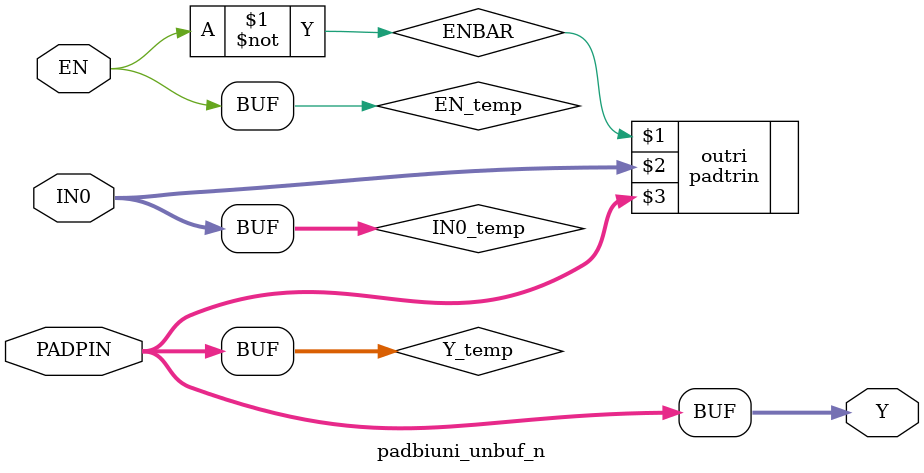
<source format=v>
module padbiuni_unbuf_n(EN,IN0,PADPIN,Y);
  parameter M = 7;
  parameter N = 0;
  parameter SLIM_FLAG = 0;
  parameter OUTDRIVE = "4MA";
  parameter
        d_EN_r = 0,
        d_EN_f = 0,
        d_IN0 = 0,
        d_PADPIN = 1,
        d_Y = 1;
  input  EN;
  input [M:N] IN0;
  inout [M:N] PADPIN;
  output [M:N] Y;
  wire  EN_temp;
  wire [M:N] IN0_temp;
  wire [M:N] PADPIN_temp;
  wire [M:N] Y_temp;
  wire  ENBAR;
  assign #(d_EN_r,d_EN_f) EN_temp = EN;
  assign #(d_IN0) IN0_temp = IN0;
  assign #(d_Y) Y = Y_temp;
  assign
    Y_temp = PADPIN;
  assign
    ENBAR = ( ~ EN_temp);
  padtrin #(M,N,"None") outri (ENBAR,IN0_temp,PADPIN);
endmodule

</source>
